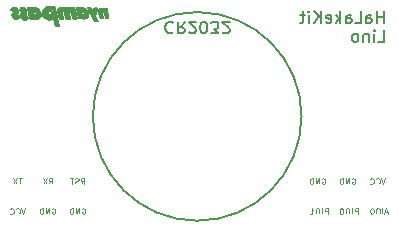
<source format=gbo>
G04 #@! TF.FileFunction,Legend,Bot*
%FSLAX46Y46*%
G04 Gerber Fmt 4.6, Leading zero omitted, Abs format (unit mm)*
G04 Created by KiCad (PCBNEW 4.0.2+dfsg1-stable) date 2016年12月08日 20時15分25秒*
%MOMM*%
G01*
G04 APERTURE LIST*
%ADD10C,0.100000*%
%ADD11C,0.150000*%
%ADD12C,0.200000*%
%ADD13C,0.125000*%
%ADD14C,0.010000*%
%ADD15R,5.100000X5.500000*%
%ADD16R,5.400000X5.400000*%
%ADD17R,4.400000X6.400000*%
%ADD18C,2.100000*%
G04 APERTURE END LIST*
D10*
D11*
X162014162Y-94943657D02*
X161966543Y-94896038D01*
X161823686Y-94848419D01*
X161728448Y-94848419D01*
X161585590Y-94896038D01*
X161490352Y-94991276D01*
X161442733Y-95086514D01*
X161395114Y-95276990D01*
X161395114Y-95419848D01*
X161442733Y-95610324D01*
X161490352Y-95705562D01*
X161585590Y-95800800D01*
X161728448Y-95848419D01*
X161823686Y-95848419D01*
X161966543Y-95800800D01*
X162014162Y-95753181D01*
X163014162Y-94848419D02*
X162680828Y-95324610D01*
X162442733Y-94848419D02*
X162442733Y-95848419D01*
X162823686Y-95848419D01*
X162918924Y-95800800D01*
X162966543Y-95753181D01*
X163014162Y-95657943D01*
X163014162Y-95515086D01*
X162966543Y-95419848D01*
X162918924Y-95372229D01*
X162823686Y-95324610D01*
X162442733Y-95324610D01*
X163395114Y-95753181D02*
X163442733Y-95800800D01*
X163537971Y-95848419D01*
X163776067Y-95848419D01*
X163871305Y-95800800D01*
X163918924Y-95753181D01*
X163966543Y-95657943D01*
X163966543Y-95562705D01*
X163918924Y-95419848D01*
X163347495Y-94848419D01*
X163966543Y-94848419D01*
X164585590Y-95848419D02*
X164680829Y-95848419D01*
X164776067Y-95800800D01*
X164823686Y-95753181D01*
X164871305Y-95657943D01*
X164918924Y-95467467D01*
X164918924Y-95229371D01*
X164871305Y-95038895D01*
X164823686Y-94943657D01*
X164776067Y-94896038D01*
X164680829Y-94848419D01*
X164585590Y-94848419D01*
X164490352Y-94896038D01*
X164442733Y-94943657D01*
X164395114Y-95038895D01*
X164347495Y-95229371D01*
X164347495Y-95467467D01*
X164395114Y-95657943D01*
X164442733Y-95753181D01*
X164490352Y-95800800D01*
X164585590Y-95848419D01*
X165252257Y-95848419D02*
X165871305Y-95848419D01*
X165537971Y-95467467D01*
X165680829Y-95467467D01*
X165776067Y-95419848D01*
X165823686Y-95372229D01*
X165871305Y-95276990D01*
X165871305Y-95038895D01*
X165823686Y-94943657D01*
X165776067Y-94896038D01*
X165680829Y-94848419D01*
X165395114Y-94848419D01*
X165299876Y-94896038D01*
X165252257Y-94943657D01*
X166252257Y-95753181D02*
X166299876Y-95800800D01*
X166395114Y-95848419D01*
X166633210Y-95848419D01*
X166728448Y-95800800D01*
X166776067Y-95753181D01*
X166823686Y-95657943D01*
X166823686Y-95562705D01*
X166776067Y-95419848D01*
X166204638Y-94848419D01*
X166823686Y-94848419D01*
D12*
X179873305Y-94953181D02*
X179873305Y-93953181D01*
X179873305Y-94429371D02*
X179301876Y-94429371D01*
X179301876Y-94953181D02*
X179301876Y-93953181D01*
X178397114Y-94953181D02*
X178397114Y-94429371D01*
X178444733Y-94334133D01*
X178539971Y-94286514D01*
X178730448Y-94286514D01*
X178825686Y-94334133D01*
X178397114Y-94905562D02*
X178492352Y-94953181D01*
X178730448Y-94953181D01*
X178825686Y-94905562D01*
X178873305Y-94810324D01*
X178873305Y-94715086D01*
X178825686Y-94619848D01*
X178730448Y-94572229D01*
X178492352Y-94572229D01*
X178397114Y-94524610D01*
X177444733Y-94953181D02*
X177920924Y-94953181D01*
X177920924Y-93953181D01*
X176682828Y-94953181D02*
X176682828Y-94429371D01*
X176730447Y-94334133D01*
X176825685Y-94286514D01*
X177016162Y-94286514D01*
X177111400Y-94334133D01*
X176682828Y-94905562D02*
X176778066Y-94953181D01*
X177016162Y-94953181D01*
X177111400Y-94905562D01*
X177159019Y-94810324D01*
X177159019Y-94715086D01*
X177111400Y-94619848D01*
X177016162Y-94572229D01*
X176778066Y-94572229D01*
X176682828Y-94524610D01*
X176206638Y-94953181D02*
X176206638Y-93953181D01*
X176111400Y-94572229D02*
X175825685Y-94953181D01*
X175825685Y-94286514D02*
X176206638Y-94667467D01*
X175016161Y-94905562D02*
X175111399Y-94953181D01*
X175301876Y-94953181D01*
X175397114Y-94905562D01*
X175444733Y-94810324D01*
X175444733Y-94429371D01*
X175397114Y-94334133D01*
X175301876Y-94286514D01*
X175111399Y-94286514D01*
X175016161Y-94334133D01*
X174968542Y-94429371D01*
X174968542Y-94524610D01*
X175444733Y-94619848D01*
X174539971Y-94953181D02*
X174539971Y-93953181D01*
X173968542Y-94953181D02*
X174397114Y-94381752D01*
X173968542Y-93953181D02*
X174539971Y-94524610D01*
X173539971Y-94953181D02*
X173539971Y-94286514D01*
X173539971Y-93953181D02*
X173587590Y-94000800D01*
X173539971Y-94048419D01*
X173492352Y-94000800D01*
X173539971Y-93953181D01*
X173539971Y-94048419D01*
X173206638Y-94286514D02*
X172825686Y-94286514D01*
X173063781Y-93953181D02*
X173063781Y-94810324D01*
X173016162Y-94905562D01*
X172920924Y-94953181D01*
X172825686Y-94953181D01*
X179397114Y-96553181D02*
X179873305Y-96553181D01*
X179873305Y-95553181D01*
X179063781Y-96553181D02*
X179063781Y-95886514D01*
X179063781Y-95553181D02*
X179111400Y-95600800D01*
X179063781Y-95648419D01*
X179016162Y-95600800D01*
X179063781Y-95553181D01*
X179063781Y-95648419D01*
X178587591Y-95886514D02*
X178587591Y-96553181D01*
X178587591Y-95981752D02*
X178539972Y-95934133D01*
X178444734Y-95886514D01*
X178301876Y-95886514D01*
X178206638Y-95934133D01*
X178159019Y-96029371D01*
X178159019Y-96553181D01*
X177539972Y-96553181D02*
X177635210Y-96505562D01*
X177682829Y-96457943D01*
X177730448Y-96362705D01*
X177730448Y-96076990D01*
X177682829Y-95981752D01*
X177635210Y-95934133D01*
X177539972Y-95886514D01*
X177397114Y-95886514D01*
X177301876Y-95934133D01*
X177254257Y-95981752D01*
X177206638Y-96076990D01*
X177206638Y-96362705D01*
X177254257Y-96457943D01*
X177301876Y-96505562D01*
X177397114Y-96553181D01*
X177539972Y-96553181D01*
D13*
X180214495Y-111005133D02*
X179976400Y-111005133D01*
X180262114Y-111147990D02*
X180095447Y-110647990D01*
X179928781Y-111147990D01*
X179762114Y-111147990D02*
X179762114Y-110647990D01*
X179428781Y-110647990D02*
X179333543Y-110647990D01*
X179285924Y-110671800D01*
X179238305Y-110719419D01*
X179214496Y-110814657D01*
X179214496Y-110981324D01*
X179238305Y-111076562D01*
X179285924Y-111124181D01*
X179333543Y-111147990D01*
X179428781Y-111147990D01*
X179476400Y-111124181D01*
X179524019Y-111076562D01*
X179547829Y-110981324D01*
X179547829Y-110814657D01*
X179524019Y-110719419D01*
X179476400Y-110671800D01*
X179428781Y-110647990D01*
X178904971Y-110647990D02*
X178857352Y-110647990D01*
X178809733Y-110671800D01*
X178785924Y-110695610D01*
X178762114Y-110743229D01*
X178738305Y-110838467D01*
X178738305Y-110957514D01*
X178762114Y-111052752D01*
X178785924Y-111100371D01*
X178809733Y-111124181D01*
X178857352Y-111147990D01*
X178904971Y-111147990D01*
X178952590Y-111124181D01*
X178976400Y-111100371D01*
X179000209Y-111052752D01*
X179024019Y-110957514D01*
X179024019Y-110838467D01*
X179000209Y-110743229D01*
X178976400Y-110695610D01*
X178952590Y-110671800D01*
X178904971Y-110647990D01*
X175146399Y-111147990D02*
X175146399Y-110647990D01*
X174955923Y-110647990D01*
X174908304Y-110671800D01*
X174884495Y-110695610D01*
X174860685Y-110743229D01*
X174860685Y-110814657D01*
X174884495Y-110862276D01*
X174908304Y-110886086D01*
X174955923Y-110909895D01*
X175146399Y-110909895D01*
X174646399Y-111147990D02*
X174646399Y-110647990D01*
X174313066Y-110647990D02*
X174217828Y-110647990D01*
X174170209Y-110671800D01*
X174122590Y-110719419D01*
X174098781Y-110814657D01*
X174098781Y-110981324D01*
X174122590Y-111076562D01*
X174170209Y-111124181D01*
X174217828Y-111147990D01*
X174313066Y-111147990D01*
X174360685Y-111124181D01*
X174408304Y-111076562D01*
X174432114Y-110981324D01*
X174432114Y-110814657D01*
X174408304Y-110719419D01*
X174360685Y-110671800D01*
X174313066Y-110647990D01*
X173622590Y-111147990D02*
X173908304Y-111147990D01*
X173765447Y-111147990D02*
X173765447Y-110647990D01*
X173813066Y-110719419D01*
X173860685Y-110767038D01*
X173908304Y-110790848D01*
X177686399Y-111147990D02*
X177686399Y-110647990D01*
X177495923Y-110647990D01*
X177448304Y-110671800D01*
X177424495Y-110695610D01*
X177400685Y-110743229D01*
X177400685Y-110814657D01*
X177424495Y-110862276D01*
X177448304Y-110886086D01*
X177495923Y-110909895D01*
X177686399Y-110909895D01*
X177186399Y-111147990D02*
X177186399Y-110647990D01*
X176853066Y-110647990D02*
X176757828Y-110647990D01*
X176710209Y-110671800D01*
X176662590Y-110719419D01*
X176638781Y-110814657D01*
X176638781Y-110981324D01*
X176662590Y-111076562D01*
X176710209Y-111124181D01*
X176757828Y-111147990D01*
X176853066Y-111147990D01*
X176900685Y-111124181D01*
X176948304Y-111076562D01*
X176972114Y-110981324D01*
X176972114Y-110814657D01*
X176948304Y-110719419D01*
X176900685Y-110671800D01*
X176853066Y-110647990D01*
X176329256Y-110647990D02*
X176281637Y-110647990D01*
X176234018Y-110671800D01*
X176210209Y-110695610D01*
X176186399Y-110743229D01*
X176162590Y-110838467D01*
X176162590Y-110957514D01*
X176186399Y-111052752D01*
X176210209Y-111100371D01*
X176234018Y-111124181D01*
X176281637Y-111147990D01*
X176329256Y-111147990D01*
X176376875Y-111124181D01*
X176400685Y-111100371D01*
X176424494Y-111052752D01*
X176448304Y-110957514D01*
X176448304Y-110838467D01*
X176424494Y-110743229D01*
X176400685Y-110695610D01*
X176376875Y-110671800D01*
X176329256Y-110647990D01*
X180016066Y-108107990D02*
X179849399Y-108607990D01*
X179682733Y-108107990D01*
X179230352Y-108560371D02*
X179254162Y-108584181D01*
X179325590Y-108607990D01*
X179373209Y-108607990D01*
X179444638Y-108584181D01*
X179492257Y-108536562D01*
X179516066Y-108488943D01*
X179539876Y-108393705D01*
X179539876Y-108322276D01*
X179516066Y-108227038D01*
X179492257Y-108179419D01*
X179444638Y-108131800D01*
X179373209Y-108107990D01*
X179325590Y-108107990D01*
X179254162Y-108131800D01*
X179230352Y-108155610D01*
X178730352Y-108560371D02*
X178754162Y-108584181D01*
X178825590Y-108607990D01*
X178873209Y-108607990D01*
X178944638Y-108584181D01*
X178992257Y-108536562D01*
X179016066Y-108488943D01*
X179039876Y-108393705D01*
X179039876Y-108322276D01*
X179016066Y-108227038D01*
X178992257Y-108179419D01*
X178944638Y-108131800D01*
X178873209Y-108107990D01*
X178825590Y-108107990D01*
X178754162Y-108131800D01*
X178730352Y-108155610D01*
X177190353Y-108131800D02*
X177237972Y-108107990D01*
X177309400Y-108107990D01*
X177380829Y-108131800D01*
X177428448Y-108179419D01*
X177452257Y-108227038D01*
X177476067Y-108322276D01*
X177476067Y-108393705D01*
X177452257Y-108488943D01*
X177428448Y-108536562D01*
X177380829Y-108584181D01*
X177309400Y-108607990D01*
X177261781Y-108607990D01*
X177190353Y-108584181D01*
X177166543Y-108560371D01*
X177166543Y-108393705D01*
X177261781Y-108393705D01*
X176952257Y-108607990D02*
X176952257Y-108107990D01*
X176666543Y-108607990D01*
X176666543Y-108107990D01*
X176428447Y-108607990D02*
X176428447Y-108107990D01*
X176309400Y-108107990D01*
X176237971Y-108131800D01*
X176190352Y-108179419D01*
X176166543Y-108227038D01*
X176142733Y-108322276D01*
X176142733Y-108393705D01*
X176166543Y-108488943D01*
X176190352Y-108536562D01*
X176237971Y-108584181D01*
X176309400Y-108607990D01*
X176428447Y-108607990D01*
X174650353Y-108131800D02*
X174697972Y-108107990D01*
X174769400Y-108107990D01*
X174840829Y-108131800D01*
X174888448Y-108179419D01*
X174912257Y-108227038D01*
X174936067Y-108322276D01*
X174936067Y-108393705D01*
X174912257Y-108488943D01*
X174888448Y-108536562D01*
X174840829Y-108584181D01*
X174769400Y-108607990D01*
X174721781Y-108607990D01*
X174650353Y-108584181D01*
X174626543Y-108560371D01*
X174626543Y-108393705D01*
X174721781Y-108393705D01*
X174412257Y-108607990D02*
X174412257Y-108107990D01*
X174126543Y-108607990D01*
X174126543Y-108107990D01*
X173888447Y-108607990D02*
X173888447Y-108107990D01*
X173769400Y-108107990D01*
X173697971Y-108131800D01*
X173650352Y-108179419D01*
X173626543Y-108227038D01*
X173602733Y-108322276D01*
X173602733Y-108393705D01*
X173626543Y-108488943D01*
X173650352Y-108536562D01*
X173697971Y-108584181D01*
X173769400Y-108607990D01*
X173888447Y-108607990D01*
X154330353Y-110671800D02*
X154377972Y-110647990D01*
X154449400Y-110647990D01*
X154520829Y-110671800D01*
X154568448Y-110719419D01*
X154592257Y-110767038D01*
X154616067Y-110862276D01*
X154616067Y-110933705D01*
X154592257Y-111028943D01*
X154568448Y-111076562D01*
X154520829Y-111124181D01*
X154449400Y-111147990D01*
X154401781Y-111147990D01*
X154330353Y-111124181D01*
X154306543Y-111100371D01*
X154306543Y-110933705D01*
X154401781Y-110933705D01*
X154092257Y-111147990D02*
X154092257Y-110647990D01*
X153806543Y-111147990D01*
X153806543Y-110647990D01*
X153568447Y-111147990D02*
X153568447Y-110647990D01*
X153449400Y-110647990D01*
X153377971Y-110671800D01*
X153330352Y-110719419D01*
X153306543Y-110767038D01*
X153282733Y-110862276D01*
X153282733Y-110933705D01*
X153306543Y-111028943D01*
X153330352Y-111076562D01*
X153377971Y-111124181D01*
X153449400Y-111147990D01*
X153568447Y-111147990D01*
X151790353Y-110671800D02*
X151837972Y-110647990D01*
X151909400Y-110647990D01*
X151980829Y-110671800D01*
X152028448Y-110719419D01*
X152052257Y-110767038D01*
X152076067Y-110862276D01*
X152076067Y-110933705D01*
X152052257Y-111028943D01*
X152028448Y-111076562D01*
X151980829Y-111124181D01*
X151909400Y-111147990D01*
X151861781Y-111147990D01*
X151790353Y-111124181D01*
X151766543Y-111100371D01*
X151766543Y-110933705D01*
X151861781Y-110933705D01*
X151552257Y-111147990D02*
X151552257Y-110647990D01*
X151266543Y-111147990D01*
X151266543Y-110647990D01*
X151028447Y-111147990D02*
X151028447Y-110647990D01*
X150909400Y-110647990D01*
X150837971Y-110671800D01*
X150790352Y-110719419D01*
X150766543Y-110767038D01*
X150742733Y-110862276D01*
X150742733Y-110933705D01*
X150766543Y-111028943D01*
X150790352Y-111076562D01*
X150837971Y-111124181D01*
X150909400Y-111147990D01*
X151028447Y-111147990D01*
X149536066Y-110647990D02*
X149369399Y-111147990D01*
X149202733Y-110647990D01*
X148750352Y-111100371D02*
X148774162Y-111124181D01*
X148845590Y-111147990D01*
X148893209Y-111147990D01*
X148964638Y-111124181D01*
X149012257Y-111076562D01*
X149036066Y-111028943D01*
X149059876Y-110933705D01*
X149059876Y-110862276D01*
X149036066Y-110767038D01*
X149012257Y-110719419D01*
X148964638Y-110671800D01*
X148893209Y-110647990D01*
X148845590Y-110647990D01*
X148774162Y-110671800D01*
X148750352Y-110695610D01*
X148250352Y-111100371D02*
X148274162Y-111124181D01*
X148345590Y-111147990D01*
X148393209Y-111147990D01*
X148464638Y-111124181D01*
X148512257Y-111076562D01*
X148536066Y-111028943D01*
X148559876Y-110933705D01*
X148559876Y-110862276D01*
X148536066Y-110767038D01*
X148512257Y-110719419D01*
X148464638Y-110671800D01*
X148393209Y-110647990D01*
X148345590Y-110647990D01*
X148274162Y-110671800D01*
X148250352Y-110695610D01*
X154223209Y-108607990D02*
X154389876Y-108369895D01*
X154508923Y-108607990D02*
X154508923Y-108107990D01*
X154318447Y-108107990D01*
X154270828Y-108131800D01*
X154247019Y-108155610D01*
X154223209Y-108203229D01*
X154223209Y-108274657D01*
X154247019Y-108322276D01*
X154270828Y-108346086D01*
X154318447Y-108369895D01*
X154508923Y-108369895D01*
X154032733Y-108584181D02*
X153961304Y-108607990D01*
X153842257Y-108607990D01*
X153794638Y-108584181D01*
X153770828Y-108560371D01*
X153747019Y-108512752D01*
X153747019Y-108465133D01*
X153770828Y-108417514D01*
X153794638Y-108393705D01*
X153842257Y-108369895D01*
X153937495Y-108346086D01*
X153985114Y-108322276D01*
X154008923Y-108298467D01*
X154032733Y-108250848D01*
X154032733Y-108203229D01*
X154008923Y-108155610D01*
X153985114Y-108131800D01*
X153937495Y-108107990D01*
X153818447Y-108107990D01*
X153747019Y-108131800D01*
X153604162Y-108107990D02*
X153318448Y-108107990D01*
X153461305Y-108607990D02*
X153461305Y-108107990D01*
X151492733Y-108607990D02*
X151659400Y-108369895D01*
X151778447Y-108607990D02*
X151778447Y-108107990D01*
X151587971Y-108107990D01*
X151540352Y-108131800D01*
X151516543Y-108155610D01*
X151492733Y-108203229D01*
X151492733Y-108274657D01*
X151516543Y-108322276D01*
X151540352Y-108346086D01*
X151587971Y-108369895D01*
X151778447Y-108369895D01*
X151326066Y-108107990D02*
X150992733Y-108607990D01*
X150992733Y-108107990D02*
X151326066Y-108607990D01*
X149250352Y-108107990D02*
X148964638Y-108107990D01*
X149107495Y-108607990D02*
X149107495Y-108107990D01*
X148845590Y-108107990D02*
X148512257Y-108607990D01*
X148512257Y-108107990D02*
X148845590Y-108607990D01*
D11*
X172912821Y-102870000D02*
G75*
G03X172912821Y-102870000I-8832821J0D01*
G01*
D14*
G36*
X151930446Y-93503727D02*
X151907120Y-93513263D01*
X151830796Y-93525924D01*
X151708762Y-93532719D01*
X151570801Y-93532240D01*
X151366055Y-93542855D01*
X151206572Y-93595565D01*
X151073209Y-93699019D01*
X150995451Y-93792160D01*
X150939017Y-93917896D01*
X150916161Y-94077858D01*
X150926934Y-94242586D01*
X150971389Y-94382617D01*
X150994357Y-94419597D01*
X151145912Y-94568527D01*
X151327246Y-94658982D01*
X151524352Y-94686839D01*
X151723221Y-94647978D01*
X151743346Y-94639981D01*
X151810613Y-94612915D01*
X151856040Y-94606164D01*
X151886877Y-94630362D01*
X151910375Y-94696144D01*
X151933782Y-94814146D01*
X151957439Y-94954022D01*
X152004123Y-95231857D01*
X152376404Y-95231857D01*
X152204974Y-94450558D01*
X152193316Y-94397285D01*
X151306063Y-94397285D01*
X151214730Y-94397285D01*
X151140166Y-94387702D01*
X151108829Y-94370071D01*
X151105943Y-94316700D01*
X151115759Y-94267113D01*
X151133133Y-94221366D01*
X151157938Y-94223103D01*
X151207136Y-94276684D01*
X151221660Y-94294327D01*
X151306063Y-94397285D01*
X152193316Y-94397285D01*
X152141961Y-94162632D01*
X152092655Y-93937945D01*
X152080853Y-93885450D01*
X151882680Y-93885450D01*
X151868571Y-94019311D01*
X151856259Y-94069234D01*
X151839634Y-94118785D01*
X151821521Y-94118709D01*
X151791785Y-94061954D01*
X151770367Y-94012348D01*
X151693520Y-94012348D01*
X151677460Y-94108792D01*
X151618263Y-94168584D01*
X151537557Y-94181638D01*
X151456968Y-94137871D01*
X151447344Y-94127140D01*
X151417168Y-94050822D01*
X151415686Y-93991068D01*
X151437027Y-93933357D01*
X151493536Y-93910292D01*
X151554543Y-93907428D01*
X151641379Y-93914685D01*
X151680214Y-93948575D01*
X151693520Y-94012348D01*
X151770367Y-94012348D01*
X151768587Y-94008227D01*
X151700951Y-93894053D01*
X151616937Y-93811328D01*
X151602447Y-93802517D01*
X151500115Y-93747048D01*
X151608972Y-93746091D01*
X151759572Y-93757584D01*
X151848578Y-93801122D01*
X151882680Y-93885450D01*
X152080853Y-93885450D01*
X152054665Y-93768971D01*
X152025599Y-93648186D01*
X152003067Y-93568065D01*
X151984676Y-93521084D01*
X151968037Y-93499717D01*
X151950757Y-93496440D01*
X151930446Y-93503727D01*
X151930446Y-93503727D01*
G37*
X151930446Y-93503727D02*
X151907120Y-93513263D01*
X151830796Y-93525924D01*
X151708762Y-93532719D01*
X151570801Y-93532240D01*
X151366055Y-93542855D01*
X151206572Y-93595565D01*
X151073209Y-93699019D01*
X150995451Y-93792160D01*
X150939017Y-93917896D01*
X150916161Y-94077858D01*
X150926934Y-94242586D01*
X150971389Y-94382617D01*
X150994357Y-94419597D01*
X151145912Y-94568527D01*
X151327246Y-94658982D01*
X151524352Y-94686839D01*
X151723221Y-94647978D01*
X151743346Y-94639981D01*
X151810613Y-94612915D01*
X151856040Y-94606164D01*
X151886877Y-94630362D01*
X151910375Y-94696144D01*
X151933782Y-94814146D01*
X151957439Y-94954022D01*
X152004123Y-95231857D01*
X152376404Y-95231857D01*
X152204974Y-94450558D01*
X152193316Y-94397285D01*
X151306063Y-94397285D01*
X151214730Y-94397285D01*
X151140166Y-94387702D01*
X151108829Y-94370071D01*
X151105943Y-94316700D01*
X151115759Y-94267113D01*
X151133133Y-94221366D01*
X151157938Y-94223103D01*
X151207136Y-94276684D01*
X151221660Y-94294327D01*
X151306063Y-94397285D01*
X152193316Y-94397285D01*
X152141961Y-94162632D01*
X152092655Y-93937945D01*
X152080853Y-93885450D01*
X151882680Y-93885450D01*
X151868571Y-94019311D01*
X151856259Y-94069234D01*
X151839634Y-94118785D01*
X151821521Y-94118709D01*
X151791785Y-94061954D01*
X151770367Y-94012348D01*
X151693520Y-94012348D01*
X151677460Y-94108792D01*
X151618263Y-94168584D01*
X151537557Y-94181638D01*
X151456968Y-94137871D01*
X151447344Y-94127140D01*
X151417168Y-94050822D01*
X151415686Y-93991068D01*
X151437027Y-93933357D01*
X151493536Y-93910292D01*
X151554543Y-93907428D01*
X151641379Y-93914685D01*
X151680214Y-93948575D01*
X151693520Y-94012348D01*
X151770367Y-94012348D01*
X151768587Y-94008227D01*
X151700951Y-93894053D01*
X151616937Y-93811328D01*
X151602447Y-93802517D01*
X151500115Y-93747048D01*
X151608972Y-93746091D01*
X151759572Y-93757584D01*
X151848578Y-93801122D01*
X151882680Y-93885450D01*
X152080853Y-93885450D01*
X152054665Y-93768971D01*
X152025599Y-93648186D01*
X152003067Y-93568065D01*
X151984676Y-93521084D01*
X151968037Y-93499717D01*
X151950757Y-93496440D01*
X151930446Y-93503727D01*
G36*
X154826113Y-93636784D02*
X154783133Y-93646542D01*
X154763052Y-93672453D01*
X154768043Y-93722410D01*
X154800278Y-93804306D01*
X154861930Y-93926035D01*
X154955172Y-94095489D01*
X155074896Y-94307700D01*
X155372025Y-94832714D01*
X155531570Y-94832714D01*
X155627682Y-94828916D01*
X155684516Y-94819332D01*
X155691115Y-94814021D01*
X155674612Y-94775106D01*
X155631564Y-94692075D01*
X155577571Y-94594141D01*
X155464028Y-94392953D01*
X155536548Y-94029305D01*
X155569987Y-93854285D01*
X155584314Y-93738854D01*
X155575362Y-93671587D01*
X155538963Y-93641057D01*
X155470950Y-93635837D01*
X155395212Y-93641800D01*
X155307720Y-93661234D01*
X155269237Y-93708295D01*
X155261685Y-93744142D01*
X155238077Y-93838047D01*
X155200817Y-93861005D01*
X155148260Y-93813248D01*
X155116714Y-93764595D01*
X155057865Y-93680251D01*
X154994195Y-93643465D01*
X154892457Y-93635287D01*
X154889821Y-93635285D01*
X154826113Y-93636784D01*
X154826113Y-93636784D01*
G37*
X154826113Y-93636784D02*
X154783133Y-93646542D01*
X154763052Y-93672453D01*
X154768043Y-93722410D01*
X154800278Y-93804306D01*
X154861930Y-93926035D01*
X154955172Y-94095489D01*
X155074896Y-94307700D01*
X155372025Y-94832714D01*
X155531570Y-94832714D01*
X155627682Y-94828916D01*
X155684516Y-94819332D01*
X155691115Y-94814021D01*
X155674612Y-94775106D01*
X155631564Y-94692075D01*
X155577571Y-94594141D01*
X155464028Y-94392953D01*
X155536548Y-94029305D01*
X155569987Y-93854285D01*
X155584314Y-93738854D01*
X155575362Y-93671587D01*
X155538963Y-93641057D01*
X155470950Y-93635837D01*
X155395212Y-93641800D01*
X155307720Y-93661234D01*
X155269237Y-93708295D01*
X155261685Y-93744142D01*
X155238077Y-93838047D01*
X155200817Y-93861005D01*
X155148260Y-93813248D01*
X155116714Y-93764595D01*
X155057865Y-93680251D01*
X154994195Y-93643465D01*
X154892457Y-93635287D01*
X154889821Y-93635285D01*
X154826113Y-93636784D01*
G36*
X149095585Y-93637843D02*
X149037580Y-93674205D01*
X148956680Y-93759103D01*
X148947059Y-93830672D01*
X149008786Y-93889177D01*
X149103141Y-93924979D01*
X149264311Y-93970103D01*
X149157570Y-94059920D01*
X149072203Y-94162319D01*
X149050829Y-94257170D01*
X149078510Y-94409352D01*
X149152255Y-94535346D01*
X149258111Y-94627220D01*
X149382128Y-94677044D01*
X149510356Y-94676884D01*
X149628844Y-94618811D01*
X149651193Y-94598506D01*
X149726340Y-94498384D01*
X149731607Y-94417162D01*
X149666797Y-94353482D01*
X149612645Y-94329433D01*
X149549422Y-94306571D01*
X149449972Y-94306571D01*
X149431829Y-94324714D01*
X149413686Y-94306571D01*
X149431829Y-94288428D01*
X149449972Y-94306571D01*
X149549422Y-94306571D01*
X149485033Y-94283288D01*
X149558217Y-94190250D01*
X149616680Y-94089921D01*
X149625596Y-93985455D01*
X149586464Y-93852271D01*
X149579830Y-93836101D01*
X149493940Y-93710213D01*
X149372107Y-93631476D01*
X149233075Y-93605487D01*
X149095585Y-93637843D01*
X149095585Y-93637843D01*
G37*
X149095585Y-93637843D02*
X149037580Y-93674205D01*
X148956680Y-93759103D01*
X148947059Y-93830672D01*
X149008786Y-93889177D01*
X149103141Y-93924979D01*
X149264311Y-93970103D01*
X149157570Y-94059920D01*
X149072203Y-94162319D01*
X149050829Y-94257170D01*
X149078510Y-94409352D01*
X149152255Y-94535346D01*
X149258111Y-94627220D01*
X149382128Y-94677044D01*
X149510356Y-94676884D01*
X149628844Y-94618811D01*
X149651193Y-94598506D01*
X149726340Y-94498384D01*
X149731607Y-94417162D01*
X149666797Y-94353482D01*
X149612645Y-94329433D01*
X149549422Y-94306571D01*
X149449972Y-94306571D01*
X149431829Y-94324714D01*
X149413686Y-94306571D01*
X149431829Y-94288428D01*
X149449972Y-94306571D01*
X149549422Y-94306571D01*
X149485033Y-94283288D01*
X149558217Y-94190250D01*
X149616680Y-94089921D01*
X149625596Y-93985455D01*
X149586464Y-93852271D01*
X149579830Y-93836101D01*
X149493940Y-93710213D01*
X149372107Y-93631476D01*
X149233075Y-93605487D01*
X149095585Y-93637843D01*
G36*
X149764566Y-93614108D02*
X149686689Y-93623690D01*
X149667686Y-93633367D01*
X149674953Y-93679360D01*
X149694374Y-93779385D01*
X149722384Y-93916627D01*
X149755415Y-94074269D01*
X149789902Y-94235497D01*
X149822276Y-94383493D01*
X149848971Y-94501442D01*
X149866421Y-94572528D01*
X149868203Y-94578714D01*
X149892104Y-94605493D01*
X149952436Y-94623469D01*
X150061148Y-94634683D01*
X150230191Y-94641176D01*
X150234343Y-94641274D01*
X150583967Y-94649405D01*
X150706398Y-94526974D01*
X150788426Y-94429487D01*
X150823362Y-94336472D01*
X150828032Y-94264843D01*
X150813265Y-94179939D01*
X150411426Y-94179939D01*
X150371104Y-94237099D01*
X150290500Y-94245181D01*
X150220791Y-94224467D01*
X150195781Y-94168741D01*
X150193829Y-94125143D01*
X150207478Y-94041911D01*
X150256723Y-94007798D01*
X150269576Y-94005463D01*
X150357368Y-94022935D01*
X150410556Y-94088856D01*
X150411426Y-94179939D01*
X150813265Y-94179939D01*
X150793846Y-94068298D01*
X150702398Y-93881702D01*
X150567055Y-93731676D01*
X150555925Y-93722959D01*
X150489195Y-93675877D01*
X150425224Y-93645153D01*
X150345693Y-93626754D01*
X150232286Y-93616646D01*
X150066686Y-93610797D01*
X150043975Y-93610227D01*
X149888683Y-93609311D01*
X149764566Y-93614108D01*
X149764566Y-93614108D01*
G37*
X149764566Y-93614108D02*
X149686689Y-93623690D01*
X149667686Y-93633367D01*
X149674953Y-93679360D01*
X149694374Y-93779385D01*
X149722384Y-93916627D01*
X149755415Y-94074269D01*
X149789902Y-94235497D01*
X149822276Y-94383493D01*
X149848971Y-94501442D01*
X149866421Y-94572528D01*
X149868203Y-94578714D01*
X149892104Y-94605493D01*
X149952436Y-94623469D01*
X150061148Y-94634683D01*
X150230191Y-94641176D01*
X150234343Y-94641274D01*
X150583967Y-94649405D01*
X150706398Y-94526974D01*
X150788426Y-94429487D01*
X150823362Y-94336472D01*
X150828032Y-94264843D01*
X150813265Y-94179939D01*
X150411426Y-94179939D01*
X150371104Y-94237099D01*
X150290500Y-94245181D01*
X150220791Y-94224467D01*
X150195781Y-94168741D01*
X150193829Y-94125143D01*
X150207478Y-94041911D01*
X150256723Y-94007798D01*
X150269576Y-94005463D01*
X150357368Y-94022935D01*
X150410556Y-94088856D01*
X150411426Y-94179939D01*
X150813265Y-94179939D01*
X150793846Y-94068298D01*
X150702398Y-93881702D01*
X150567055Y-93731676D01*
X150555925Y-93722959D01*
X150489195Y-93675877D01*
X150425224Y-93645153D01*
X150345693Y-93626754D01*
X150232286Y-93616646D01*
X150066686Y-93610797D01*
X150043975Y-93610227D01*
X149888683Y-93609311D01*
X149764566Y-93614108D01*
G36*
X148439148Y-93618134D02*
X148335949Y-93662165D01*
X148271053Y-93741964D01*
X148259403Y-93787709D01*
X148260397Y-93853025D01*
X148295871Y-93888427D01*
X148384548Y-93912345D01*
X148386403Y-93912716D01*
X148484781Y-93928687D01*
X148553053Y-93933313D01*
X148560972Y-93932389D01*
X148560149Y-93945720D01*
X148512661Y-93988643D01*
X148494638Y-94002705D01*
X148385527Y-94116408D01*
X148347062Y-94240215D01*
X148375384Y-94374786D01*
X148464539Y-94518160D01*
X148582790Y-94609843D01*
X148716292Y-94644707D01*
X148851196Y-94617623D01*
X148918935Y-94576080D01*
X148975297Y-94510386D01*
X149009838Y-94431495D01*
X149016920Y-94362386D01*
X148990904Y-94326035D01*
X148980620Y-94324714D01*
X148923950Y-94312779D01*
X148905358Y-94306571D01*
X148724258Y-94306571D01*
X148706115Y-94324714D01*
X148687972Y-94306571D01*
X148706115Y-94288428D01*
X148724258Y-94306571D01*
X148905358Y-94306571D01*
X148852969Y-94289079D01*
X148759242Y-94253444D01*
X148836677Y-94176009D01*
X148889774Y-94076139D01*
X148895762Y-93947868D01*
X148856971Y-93815923D01*
X148794000Y-93722989D01*
X148686631Y-93646311D01*
X148562195Y-93612105D01*
X148439148Y-93618134D01*
X148439148Y-93618134D01*
G37*
X148439148Y-93618134D02*
X148335949Y-93662165D01*
X148271053Y-93741964D01*
X148259403Y-93787709D01*
X148260397Y-93853025D01*
X148295871Y-93888427D01*
X148384548Y-93912345D01*
X148386403Y-93912716D01*
X148484781Y-93928687D01*
X148553053Y-93933313D01*
X148560972Y-93932389D01*
X148560149Y-93945720D01*
X148512661Y-93988643D01*
X148494638Y-94002705D01*
X148385527Y-94116408D01*
X148347062Y-94240215D01*
X148375384Y-94374786D01*
X148464539Y-94518160D01*
X148582790Y-94609843D01*
X148716292Y-94644707D01*
X148851196Y-94617623D01*
X148918935Y-94576080D01*
X148975297Y-94510386D01*
X149009838Y-94431495D01*
X149016920Y-94362386D01*
X148990904Y-94326035D01*
X148980620Y-94324714D01*
X148923950Y-94312779D01*
X148905358Y-94306571D01*
X148724258Y-94306571D01*
X148706115Y-94324714D01*
X148687972Y-94306571D01*
X148706115Y-94288428D01*
X148724258Y-94306571D01*
X148905358Y-94306571D01*
X148852969Y-94289079D01*
X148759242Y-94253444D01*
X148836677Y-94176009D01*
X148889774Y-94076139D01*
X148895762Y-93947868D01*
X148856971Y-93815923D01*
X148794000Y-93722989D01*
X148686631Y-93646311D01*
X148562195Y-93612105D01*
X148439148Y-93618134D01*
G36*
X153871151Y-93600077D02*
X153832233Y-93610943D01*
X153813136Y-93643049D01*
X153812495Y-93707848D01*
X153828942Y-93816792D01*
X153861113Y-93981331D01*
X153876536Y-94057648D01*
X153917712Y-94262594D01*
X153947889Y-94406787D01*
X153971704Y-94500341D01*
X153993797Y-94553371D01*
X154018803Y-94575989D01*
X154051360Y-94578311D01*
X154096107Y-94570450D01*
X154110524Y-94567951D01*
X154236803Y-94562164D01*
X154353644Y-94575327D01*
X154477171Y-94585436D01*
X154591189Y-94571955D01*
X154731447Y-94502756D01*
X154818787Y-94385953D01*
X154849689Y-94227104D01*
X154847036Y-94167797D01*
X154830270Y-94098091D01*
X154492396Y-94098091D01*
X154473234Y-94168603D01*
X154438191Y-94202981D01*
X154356378Y-94228324D01*
X154284074Y-94199406D01*
X154246415Y-94130327D01*
X154246556Y-94095473D01*
X154273146Y-94036691D01*
X154343341Y-94016818D01*
X154366189Y-94016285D01*
X154453994Y-94040264D01*
X154492396Y-94098091D01*
X154830270Y-94098091D01*
X154802760Y-93983716D01*
X154702914Y-93831689D01*
X154562921Y-93713696D01*
X154468417Y-93660896D01*
X154370453Y-93640697D01*
X154248757Y-93644110D01*
X154142589Y-93647471D01*
X154073433Y-93639761D01*
X154058257Y-93629199D01*
X154026341Y-93609233D01*
X153947867Y-93599259D01*
X153931257Y-93599000D01*
X153871151Y-93600077D01*
X153871151Y-93600077D01*
G37*
X153871151Y-93600077D02*
X153832233Y-93610943D01*
X153813136Y-93643049D01*
X153812495Y-93707848D01*
X153828942Y-93816792D01*
X153861113Y-93981331D01*
X153876536Y-94057648D01*
X153917712Y-94262594D01*
X153947889Y-94406787D01*
X153971704Y-94500341D01*
X153993797Y-94553371D01*
X154018803Y-94575989D01*
X154051360Y-94578311D01*
X154096107Y-94570450D01*
X154110524Y-94567951D01*
X154236803Y-94562164D01*
X154353644Y-94575327D01*
X154477171Y-94585436D01*
X154591189Y-94571955D01*
X154731447Y-94502756D01*
X154818787Y-94385953D01*
X154849689Y-94227104D01*
X154847036Y-94167797D01*
X154830270Y-94098091D01*
X154492396Y-94098091D01*
X154473234Y-94168603D01*
X154438191Y-94202981D01*
X154356378Y-94228324D01*
X154284074Y-94199406D01*
X154246415Y-94130327D01*
X154246556Y-94095473D01*
X154273146Y-94036691D01*
X154343341Y-94016818D01*
X154366189Y-94016285D01*
X154453994Y-94040264D01*
X154492396Y-94098091D01*
X154830270Y-94098091D01*
X154802760Y-93983716D01*
X154702914Y-93831689D01*
X154562921Y-93713696D01*
X154468417Y-93660896D01*
X154370453Y-93640697D01*
X154248757Y-93644110D01*
X154142589Y-93647471D01*
X154073433Y-93639761D01*
X154058257Y-93629199D01*
X154026341Y-93609233D01*
X153947867Y-93599259D01*
X153931257Y-93599000D01*
X153871151Y-93600077D01*
G36*
X152416151Y-93607377D02*
X152291258Y-93689607D01*
X152267630Y-93717447D01*
X152230320Y-93773727D01*
X152212476Y-93829229D01*
X152212400Y-93905251D01*
X152228389Y-94023093D01*
X152238393Y-94083681D01*
X152266080Y-94236740D01*
X152295388Y-94380454D01*
X152319747Y-94482834D01*
X152345432Y-94561465D01*
X152380734Y-94600418D01*
X152448435Y-94613620D01*
X152535963Y-94615000D01*
X152639026Y-94610056D01*
X152704265Y-94597429D01*
X152716151Y-94587785D01*
X152708634Y-94541386D01*
X152688385Y-94444398D01*
X152659600Y-94316804D01*
X152656135Y-94301943D01*
X152621893Y-94128445D01*
X152616174Y-94015662D01*
X152639969Y-93957164D01*
X152694270Y-93946521D01*
X152710398Y-93949960D01*
X152754498Y-93978982D01*
X152792129Y-94049074D01*
X152829638Y-94173566D01*
X152842954Y-94228358D01*
X152875317Y-94365152D01*
X152903045Y-94479986D01*
X152920428Y-94549231D01*
X152921039Y-94551500D01*
X152949185Y-94591540D01*
X153016875Y-94610773D01*
X153117274Y-94615000D01*
X153219967Y-94608576D01*
X153284706Y-94592174D01*
X153296258Y-94579745D01*
X153288903Y-94529457D01*
X153269442Y-94428436D01*
X153241780Y-94296729D01*
X153235933Y-94269956D01*
X153205582Y-94112009D01*
X153197799Y-94012129D01*
X153211885Y-93959641D01*
X153215351Y-93955678D01*
X153275023Y-93926875D01*
X153329881Y-93966395D01*
X153381082Y-94075728D01*
X153421972Y-94222016D01*
X153454701Y-94360261D01*
X153482776Y-94476551D01*
X153500593Y-94547701D01*
X153501611Y-94551500D01*
X153529756Y-94591540D01*
X153597446Y-94610773D01*
X153697846Y-94615000D01*
X153821085Y-94606118D01*
X153873973Y-94579472D01*
X153876202Y-94569643D01*
X153867943Y-94514119D01*
X153846424Y-94408138D01*
X153815501Y-94267980D01*
X153779028Y-94109926D01*
X153740861Y-93950255D01*
X153704854Y-93805247D01*
X153674863Y-93691184D01*
X153654742Y-93624345D01*
X153649904Y-93613979D01*
X153601032Y-93599437D01*
X153500995Y-93588513D01*
X153371133Y-93581734D01*
X153232787Y-93579626D01*
X153107297Y-93582717D01*
X153016004Y-93591532D01*
X152991183Y-93597724D01*
X152884741Y-93610852D01*
X152758291Y-93592332D01*
X152577694Y-93573456D01*
X152416151Y-93607377D01*
X152416151Y-93607377D01*
G37*
X152416151Y-93607377D02*
X152291258Y-93689607D01*
X152267630Y-93717447D01*
X152230320Y-93773727D01*
X152212476Y-93829229D01*
X152212400Y-93905251D01*
X152228389Y-94023093D01*
X152238393Y-94083681D01*
X152266080Y-94236740D01*
X152295388Y-94380454D01*
X152319747Y-94482834D01*
X152345432Y-94561465D01*
X152380734Y-94600418D01*
X152448435Y-94613620D01*
X152535963Y-94615000D01*
X152639026Y-94610056D01*
X152704265Y-94597429D01*
X152716151Y-94587785D01*
X152708634Y-94541386D01*
X152688385Y-94444398D01*
X152659600Y-94316804D01*
X152656135Y-94301943D01*
X152621893Y-94128445D01*
X152616174Y-94015662D01*
X152639969Y-93957164D01*
X152694270Y-93946521D01*
X152710398Y-93949960D01*
X152754498Y-93978982D01*
X152792129Y-94049074D01*
X152829638Y-94173566D01*
X152842954Y-94228358D01*
X152875317Y-94365152D01*
X152903045Y-94479986D01*
X152920428Y-94549231D01*
X152921039Y-94551500D01*
X152949185Y-94591540D01*
X153016875Y-94610773D01*
X153117274Y-94615000D01*
X153219967Y-94608576D01*
X153284706Y-94592174D01*
X153296258Y-94579745D01*
X153288903Y-94529457D01*
X153269442Y-94428436D01*
X153241780Y-94296729D01*
X153235933Y-94269956D01*
X153205582Y-94112009D01*
X153197799Y-94012129D01*
X153211885Y-93959641D01*
X153215351Y-93955678D01*
X153275023Y-93926875D01*
X153329881Y-93966395D01*
X153381082Y-94075728D01*
X153421972Y-94222016D01*
X153454701Y-94360261D01*
X153482776Y-94476551D01*
X153500593Y-94547701D01*
X153501611Y-94551500D01*
X153529756Y-94591540D01*
X153597446Y-94610773D01*
X153697846Y-94615000D01*
X153821085Y-94606118D01*
X153873973Y-94579472D01*
X153876202Y-94569643D01*
X153867943Y-94514119D01*
X153846424Y-94408138D01*
X153815501Y-94267980D01*
X153779028Y-94109926D01*
X153740861Y-93950255D01*
X153704854Y-93805247D01*
X153674863Y-93691184D01*
X153654742Y-93624345D01*
X153649904Y-93613979D01*
X153601032Y-93599437D01*
X153500995Y-93588513D01*
X153371133Y-93581734D01*
X153232787Y-93579626D01*
X153107297Y-93582717D01*
X153016004Y-93591532D01*
X152991183Y-93597724D01*
X152884741Y-93610852D01*
X152758291Y-93592332D01*
X152577694Y-93573456D01*
X152416151Y-93607377D01*
G36*
X155858472Y-93676520D02*
X155770634Y-93722146D01*
X155710947Y-93790900D01*
X155682246Y-93865170D01*
X155677609Y-93971632D01*
X155697971Y-94120833D01*
X155744267Y-94323322D01*
X155765239Y-94403054D01*
X155795224Y-94493043D01*
X155837297Y-94532574D01*
X155918262Y-94542257D01*
X155946513Y-94542428D01*
X156022340Y-94540615D01*
X156066463Y-94526038D01*
X156082865Y-94484991D01*
X156075527Y-94403767D01*
X156048434Y-94268659D01*
X156038934Y-94224363D01*
X156017935Y-94104758D01*
X156011072Y-94016047D01*
X156018791Y-93979316D01*
X156082985Y-93973925D01*
X156139329Y-94028621D01*
X156175447Y-94131064D01*
X156176374Y-94136454D01*
X156202654Y-94268327D01*
X156235655Y-94402309D01*
X156236788Y-94406357D01*
X156267727Y-94494521D01*
X156311227Y-94533053D01*
X156394467Y-94542302D01*
X156418535Y-94542428D01*
X156520014Y-94531735D01*
X156561731Y-94501738D01*
X156562251Y-94497071D01*
X156555388Y-94444573D01*
X156536602Y-94337823D01*
X156508963Y-94193575D01*
X156483162Y-94065455D01*
X156403793Y-93679195D01*
X156165382Y-93662880D01*
X155984765Y-93658254D01*
X155858472Y-93676520D01*
X155858472Y-93676520D01*
G37*
X155858472Y-93676520D02*
X155770634Y-93722146D01*
X155710947Y-93790900D01*
X155682246Y-93865170D01*
X155677609Y-93971632D01*
X155697971Y-94120833D01*
X155744267Y-94323322D01*
X155765239Y-94403054D01*
X155795224Y-94493043D01*
X155837297Y-94532574D01*
X155918262Y-94542257D01*
X155946513Y-94542428D01*
X156022340Y-94540615D01*
X156066463Y-94526038D01*
X156082865Y-94484991D01*
X156075527Y-94403767D01*
X156048434Y-94268659D01*
X156038934Y-94224363D01*
X156017935Y-94104758D01*
X156011072Y-94016047D01*
X156018791Y-93979316D01*
X156082985Y-93973925D01*
X156139329Y-94028621D01*
X156175447Y-94131064D01*
X156176374Y-94136454D01*
X156202654Y-94268327D01*
X156235655Y-94402309D01*
X156236788Y-94406357D01*
X156267727Y-94494521D01*
X156311227Y-94533053D01*
X156394467Y-94542302D01*
X156418535Y-94542428D01*
X156520014Y-94531735D01*
X156561731Y-94501738D01*
X156562251Y-94497071D01*
X156555388Y-94444573D01*
X156536602Y-94337823D01*
X156508963Y-94193575D01*
X156483162Y-94065455D01*
X156403793Y-93679195D01*
X156165382Y-93662880D01*
X155984765Y-93658254D01*
X155858472Y-93676520D01*
%LPC*%
D15*
X151130000Y-102870000D03*
X177030000Y-102870000D03*
D16*
X164090000Y-102870000D03*
D17*
X176680000Y-102870000D03*
X151480000Y-102870000D03*
D18*
X153949400Y-109651800D03*
X151409400Y-109651800D03*
X148869400Y-109651800D03*
X148869400Y-112191800D03*
X151409400Y-112191800D03*
X153949400Y-112191800D03*
X179349400Y-109651800D03*
X176809400Y-109651800D03*
X174269400Y-109651800D03*
X174269400Y-112191800D03*
X176809400Y-112191800D03*
X179349400Y-112191800D03*
M02*

</source>
